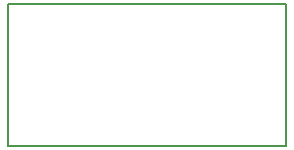
<source format=gbr>
G04 #@! TF.GenerationSoftware,KiCad,Pcbnew,7.0.3*
G04 #@! TF.CreationDate,2023-07-10T18:08:13+01:00*
G04 #@! TF.ProjectId,attiny85_ws2812_touch,61747469-6e79-4383-955f-777332383132,rev?*
G04 #@! TF.SameCoordinates,Original*
G04 #@! TF.FileFunction,Profile,NP*
%FSLAX46Y46*%
G04 Gerber Fmt 4.6, Leading zero omitted, Abs format (unit mm)*
G04 Created by KiCad (PCBNEW 7.0.3) date 2023-07-10 18:08:13*
%MOMM*%
%LPD*%
G01*
G04 APERTURE LIST*
G04 #@! TA.AperFunction,Profile*
%ADD10C,0.150000*%
G04 #@! TD*
G04 APERTURE END LIST*
D10*
X120700800Y-70510400D02*
X144246600Y-70510400D01*
X144246600Y-82499200D01*
X120700800Y-82499200D01*
X120700800Y-70510400D01*
M02*

</source>
